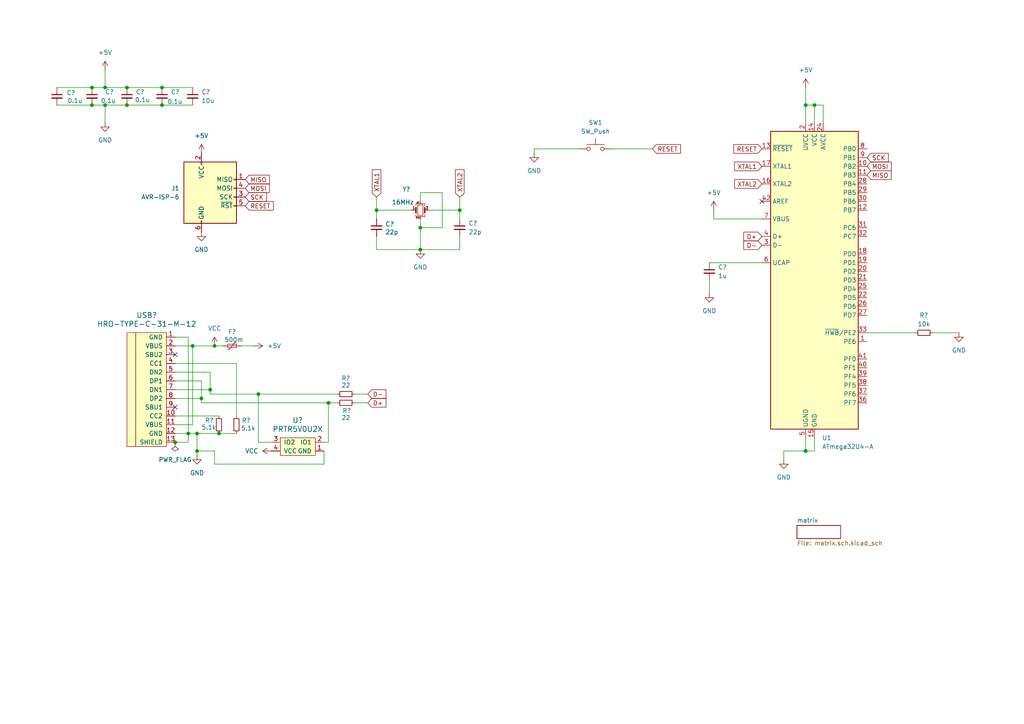
<source format=kicad_sch>
(kicad_sch (version 20231120) (generator "eeschema") (generator_version "8.0")
  (paper "A4")
  (lib_symbols
    (symbol "Connector:AVR-ISP-6" (pin_names (offset 1.016))
      (property "Reference" "J" (at -6.35 11.43 0))
      (property "Value" "AVR-ISP-6" (at 0 11.43 0))
      (symbol "AVR-ISP-6_0_1"
        (rectangle (start -2.667 -6.858) (end -2.413 -7.62))
        (rectangle (start -2.667 10.16) (end -2.413 9.398))
        (rectangle (start 7.62 -2.413) (end 6.858 -2.667))
        (rectangle (start 7.62 0.127) (end 6.858 -0.127))
        (rectangle (start 7.62 2.667) (end 6.858 2.413))
        (rectangle (start 7.62 5.207) (end 6.858 4.953))
        (rectangle (start 7.62 10.16) (end -7.62 -7.62) (stroke (width 0.254)) (fill (type background)))
      )
      (symbol "AVR-ISP-6_1_1"
        (pin passive line (at 10.16 5.08 180) (length 2.54) (name "MISO") (number "1"))
        (pin passive line (at -2.54 12.7 270) (length 2.54) (name "VCC") (number "2"))
        (pin passive line (at 10.16 0 180) (length 2.54) (name "SCK") (number "3"))
        (pin passive line (at 10.16 2.54 180) (length 2.54) (name "MOSI") (number "4"))
        (pin passive line (at 10.16 -2.54 180) (length 2.54) (name "~{RST}") (number "5"))
        (pin passive line (at -2.54 -10.16 90) (length 2.54) (name "GND") (number "6"))
      )
    )
    (symbol "Device:C_Small" (pin_numbers hide) (pin_names (offset 0.254) hide)
      (property "Reference" "C" (at 0.254 1.778 0))
      (property "Value" "C_Small" (at 0.254 -2.032 0))
      (symbol "C_Small_0_1"
        (polyline (pts (xy -1.524 -0.508) (xy 1.524 -0.508)) (stroke (width 0.3302)))
        (polyline (pts (xy -1.524 0.508) (xy 1.524 0.508)) (stroke (width 0.3048)))
      )
      (symbol "C_Small_1_1"
        (pin passive line (at 0 2.54 270) (length 2.032) (name "~") (number "1"))
        (pin passive line (at 0 -2.54 90) (length 2.032) (name "~") (number "2"))
      )
    )
    (symbol "Device:Crystal_GND24_Small" (pin_names (offset 1.016) hide)
      (property "Reference" "Y?" (at -4.064 5.334 0))
      (property "Value" "16MHz" (at -5.08 3.048 0))
      (symbol "Crystal_GND24_Small_0_1"
        (rectangle (start -0.762 -1.524) (end 0.762 1.524))
        (polyline (pts (xy -1.27 -0.762) (xy -1.27 0.762)) (stroke (width 0.381)))
        (polyline (pts (xy 1.27 -0.762) (xy 1.27 0.762)) (stroke (width 0.381)))
        (polyline (pts (xy -1.27 -1.27) (xy -1.27 -1.905) (xy 1.27 -1.905) (xy 1.27 -1.27)))
        (polyline (pts (xy -1.27 1.27) (xy -1.27 1.905) (xy 1.27 1.905) (xy 1.27 1.27)))
      )
      (symbol "Crystal_GND24_Small_1_1"
        (pin passive line (at -2.54 0 0) (length 1.27) (name "1") (number "1"))
        (pin passive line (at 0 -2.54 90) (length 0.635) (name "2") (number "2"))
        (pin passive line (at 2.54 0 180) (length 1.27) (name "3") (number "3"))
        (pin passive line (at 0 2.54 270) (length 0.635) (name "4") (number "4"))
      )
    )
    (symbol "Device:Polyfuse_Small" (pin_numbers hide) (pin_names (offset 0))
      (property "Reference" "F" (at -1.905 0 90))
      (property "Value" "Polyfuse_Small" (at 1.905 0 90))
      (symbol "Polyfuse_Small_0_1"
        (rectangle (start -0.508 1.27) (end 0.508 -1.27))
        (polyline (pts (xy 0 2.54) (xy 0 -2.54)))
        (polyline (pts (xy -1.016 1.27) (xy -1.016 0.762) (xy 1.016 -0.762) (xy 1.016 -1.27)))
      )
      (symbol "Polyfuse_Small_1_1"
        (pin passive line (at 0 2.54 270) (length 0.635) (name "~") (number "1"))
        (pin passive line (at 0 -2.54 90) (length 0.635) (name "~") (number "2"))
      )
    )
    (symbol "Device:R_Small" (pin_numbers hide) (pin_names (offset 0.254) hide)
      (property "Reference" "R" (at 0.762 0.508 0))
      (property "Value" "R_Small" (at 0.762 -1.016 0))
      (symbol "R_Small_0_1"
        (rectangle (start -0.762 1.778) (end 0.762 -1.778) (stroke (width 0.2032)))
      )
      (symbol "R_Small_1_1"
        (pin passive line (at 0 2.54 270) (length 0.762) (name "~") (number "1"))
        (pin passive line (at 0 -2.54 90) (length 0.762) (name "~") (number "2"))
      )
    )
    (symbol "MCU_Microchip_ATmega:ATmega32U4-A"
      (property "Reference" "U" (at -12.7 44.45 0))
      (property "Value" "ATmega32U4-A" (at 2.54 -44.45 0))
      (symbol "ATmega32U4-A_0_1"
        (rectangle (start -12.7 -43.18) (end 12.7 43.18) (stroke (width 0.254)) (fill (type background)))
      )
      (symbol "ATmega32U4-A_1_1"
        (pin bidirectional line (at 15.24 -17.78 180) (length 2.54) (name "PE6") (number "1"))
        (pin bidirectional line (at 15.24 33.02 180) (length 2.54) (name "PB2") (number "10"))
        (pin bidirectional line (at 15.24 30.48 180) (length 2.54) (name "PB3") (number "11"))
        (pin bidirectional line (at 15.24 20.32 180) (length 2.54) (name "PB7") (number "12"))
        (pin input line (at -15.24 38.1 0) (length 2.54) (name "~{RESET}") (number "13"))
        (pin power_in line (at 0 45.72 270) (length 2.54) (name "VCC") (number "14"))
        (pin power_in line (at 0 -45.72 90) (length 2.54) (name "GND") (number "15"))
        (pin output line (at -15.24 27.94 0) (length 2.54) (name "XTAL2") (number "16"))
        (pin input line (at -15.24 33.02 0) (length 2.54) (name "XTAL1") (number "17"))
        (pin bidirectional line (at 15.24 7.62 180) (length 2.54) (name "PD0") (number "18"))
        (pin bidirectional line (at 15.24 5.08 180) (length 2.54) (name "PD1") (number "19"))
        (pin power_in line (at -2.54 45.72 270) (length 2.54) (name "UVCC") (number "2"))
        (pin bidirectional line (at 15.24 2.54 180) (length 2.54) (name "PD2") (number "20"))
        (pin bidirectional line (at 15.24 0 180) (length 2.54) (name "PD3") (number "21"))
        (pin bidirectional line (at 15.24 -5.08 180) (length 2.54) (name "PD5") (number "22"))
        (pin passive line (at 0 -45.72 90) (length 2.54) hide (name "GND") (number "23"))
        (pin power_in line (at 2.54 45.72 270) (length 2.54) (name "AVCC") (number "24"))
        (pin bidirectional line (at 15.24 -2.54 180) (length 2.54) (name "PD4") (number "25"))
        (pin bidirectional line (at 15.24 -7.62 180) (length 2.54) (name "PD6") (number "26"))
        (pin bidirectional line (at 15.24 -10.16 180) (length 2.54) (name "PD7") (number "27"))
        (pin bidirectional line (at 15.24 27.94 180) (length 2.54) (name "PB4") (number "28"))
        (pin bidirectional line (at 15.24 25.4 180) (length 2.54) (name "PB5") (number "29"))
        (pin bidirectional line (at -15.24 10.16 0) (length 2.54) (name "D-") (number "3"))
        (pin bidirectional line (at 15.24 22.86 180) (length 2.54) (name "PB6") (number "30"))
        (pin bidirectional line (at 15.24 15.24 180) (length 2.54) (name "PC6") (number "31"))
        (pin bidirectional line (at 15.24 12.7 180) (length 2.54) (name "PC7") (number "32"))
        (pin bidirectional line (at 15.24 -15.24 180) (length 2.54) (name "~{HWB}/PE2") (number "33"))
        (pin passive line (at 0 45.72 270) (length 2.54) hide (name "VCC") (number "34"))
        (pin passive line (at 0 -45.72 90) (length 2.54) hide (name "GND") (number "35"))
        (pin bidirectional line (at 15.24 -35.56 180) (length 2.54) (name "PF7") (number "36"))
        (pin bidirectional line (at 15.24 -33.02 180) (length 2.54) (name "PF6") (number "37"))
        (pin bidirectional line (at 15.24 -30.48 180) (length 2.54) (name "PF5") (number "38"))
        (pin bidirectional line (at 15.24 -27.94 180) (length 2.54) (name "PF4") (number "39"))
        (pin bidirectional line (at -15.24 12.7 0) (length 2.54) (name "D+") (number "4"))
        (pin bidirectional line (at 15.24 -25.4 180) (length 2.54) (name "PF1") (number "40"))
        (pin bidirectional line (at 15.24 -22.86 180) (length 2.54) (name "PF0") (number "41"))
        (pin passive line (at -15.24 22.86 0) (length 2.54) (name "AREF") (number "42"))
        (pin passive line (at 0 -45.72 90) (length 2.54) hide (name "GND") (number "43"))
        (pin passive line (at 2.54 45.72 270) (length 2.54) hide (name "AVCC") (number "44"))
        (pin passive line (at -2.54 -45.72 90) (length 2.54) (name "UGND") (number "5"))
        (pin passive line (at -15.24 5.08 0) (length 2.54) (name "UCAP") (number "6"))
        (pin input line (at -15.24 17.78 0) (length 2.54) (name "VBUS") (number "7"))
        (pin bidirectional line (at 15.24 38.1 180) (length 2.54) (name "PB0") (number "8"))
        (pin bidirectional line (at 15.24 35.56 180) (length 2.54) (name "PB1") (number "9"))
      )
    )
    (symbol "Switch:SW_Push" (pin_numbers hide) (pin_names (offset 1.016) hide)
      (property "Reference" "SW" (at 1.27 2.54 0))
      (property "Value" "SW_Push" (at 0 -1.524 0))
      (symbol "SW_Push_0_1"
        (circle (center -2.032 0) (radius 0.508))
        (polyline (pts (xy 0 1.27) (xy 0 3.048)))
        (polyline (pts (xy 2.54 1.27) (xy -2.54 1.27)))
        (circle (center 2.032 0) (radius 0.508))
        (pin passive line (at -5.08 0 0) (length 2.54) (name "1") (number "1"))
        (pin passive line (at 5.08 0 180) (length 2.54) (name "2") (number "2"))
      )
    )
    (symbol "Type-C:HRO-TYPE-C-31-M-12" (pin_names (offset 1.016))
      (property "Reference" "USB" (at -5.08 16.51 0))
      (property "Value" "HRO-TYPE-C-31-M-12" (at -10.16 -1.27 90))
      (symbol "HRO-TYPE-C-31-M-12_0_1"
        (rectangle (start -11.43 15.24) (end -8.89 -17.78) (fill (type background)))
        (rectangle (start 0 -17.78) (end -8.89 15.24) (fill (type background)))
      )
      (symbol "HRO-TYPE-C-31-M-12_1_1"
        (pin input line (at 2.54 13.97 180) (length 2.54) (name "GND") (number "1"))
        (pin input line (at 2.54 -8.89 180) (length 2.54) (name "CC2") (number "10"))
        (pin input line (at 2.54 -11.43 180) (length 2.54) (name "VBUS") (number "11"))
        (pin input line (at 2.54 -13.97 180) (length 2.54) (name "GND") (number "12"))
        (pin input line (at 2.54 -16.51 180) (length 2.54) (name "SHIELD") (number "13"))
        (pin input line (at 2.54 11.43 180) (length 2.54) (name "VBUS") (number "2"))
        (pin input line (at 2.54 8.89 180) (length 2.54) (name "SBU2") (number "3"))
        (pin input line (at 2.54 6.35 180) (length 2.54) (name "CC1") (number "4"))
        (pin input line (at 2.54 3.81 180) (length 2.54) (name "DN2") (number "5"))
        (pin input line (at 2.54 1.27 180) (length 2.54) (name "DP1") (number "6"))
        (pin input line (at 2.54 -1.27 180) (length 2.54) (name "DN1") (number "7"))
        (pin input line (at 2.54 -3.81 180) (length 2.54) (name "DP2") (number "8"))
        (pin input line (at 2.54 -6.35 180) (length 2.54) (name "SBU1") (number "9"))
      )
    )
    (symbol "power:+5V" (power) (pin_numbers hide) (pin_names (offset 0) hide)
      (property "Value" "+5V" (at 0 3.556 0))
      (symbol "+5V_0_1"
        (polyline (pts (xy -0.762 1.27) (xy 0 2.54)))
        (polyline (pts (xy 0 0) (xy 0 2.54)))
        (polyline (pts (xy 0 2.54) (xy 0.762 1.27)))
      )
      (symbol "+5V_1_1"
        (pin power_in line (at 0 0 90) (length 0) (name "~") (number "1"))
      )
    )
    (symbol "power:GND" (power) (pin_numbers hide) (pin_names (offset 0) hide)
      (property "Value" "GND" (at 0 -3.81 0))
      (symbol "GND_0_1"
        (polyline (pts (xy 0 0) (xy 0 -1.27) (xy 1.27 -1.27) (xy 0 -2.54) (xy -1.27 -1.27) (xy 0 -1.27)))
      )
      (symbol "GND_1_1"
        (pin power_in line (at 0 0 270) (length 0) (name "~") (number "1"))
      )
    )
    (symbol "power:PWR_FLAG" (power) (pin_numbers hide) (pin_names (offset 0) hide)
      (property "Value" "PWR_FLAG" (at 0 3.81 0))
      (symbol "PWR_FLAG_0_0"
        (pin power_out line (at 0 0 90) (length 0) (name "~") (number "1"))
      )
      (symbol "PWR_FLAG_0_1"
        (polyline (pts (xy 0 0) (xy 0 1.27) (xy -1.016 1.905) (xy 0 2.54) (xy 1.016 1.905) (xy 0 1.27)))
      )
    )
    (symbol "power:VCC" (power) (pin_numbers hide) (pin_names (offset 0) hide)
      (property "Value" "VCC" (at 0 3.556 0))
      (symbol "VCC_0_1"
        (polyline (pts (xy -0.762 1.27) (xy 0 2.54)))
        (polyline (pts (xy 0 0) (xy 0 2.54)))
        (polyline (pts (xy 0 2.54) (xy 0.762 1.27)))
      )
      (symbol "VCC_1_1"
        (pin power_in line (at 0 0 90) (length 0) (name "~") (number "1"))
      )
    )
    (symbol "random-keyboard-parts:PRTR5V0U2X" (pin_names (offset 1.016))
      (property "Reference" "U" (at 0 3.81 0))
      (property "Value" "PRTR5V0U2X" (at 0 -3.81 0))
      (symbol "PRTR5V0U2X_0_1"
        (rectangle (start -5.08 2.54) (end 5.08 -2.54) (fill (type background)))
      )
      (symbol "PRTR5V0U2X_1_1"
        (pin input line (at -7.62 1.27 0) (length 2.54) (name "GND") (number "1"))
        (pin input line (at -7.62 -1.27 0) (length 2.54) (name "IO1") (number "2"))
        (pin input line (at 7.62 -1.27 180) (length 2.54) (name "IO2") (number "3"))
        (pin input line (at 7.62 1.27 180) (length 2.54) (name "VCC") (number "4"))
      )
    )
  )
  (junction (at 55.88 100.33))
  (junction (at 63.5 125.73))
  (junction (at 57.15 125.73))
  (junction (at 58.42 115.57))
  (junction (at 36.83 25.4))
  (junction (at 60.96 113.03))
  (junction (at 26.67 30.48))
  (junction (at 36.83 30.48))
  (junction (at 121.92 66.04))
  (junction (at 46.99 30.48))
  (junction (at 30.48 30.48))
  (junction (at 62.23 100.33))
  (junction (at 57.15 130.81))
  (junction (at 109.22 60.96))
  (junction (at 50.8 128.27))
  (junction (at 26.67 25.4))
  (junction (at 233.68 30.48))
  (junction (at 74.93 114.3))
  (junction (at 233.68 130.81))
  (junction (at 133.35 60.96))
  (junction (at 54.61 125.73))
  (junction (at 95.25 116.84))
  (junction (at 236.22 30.48))
  (junction (at 46.99 25.4))
  (junction (at 30.48 25.4))
  (junction (at 121.92 72.39))
  (no_connect (at 220.98 58.42))
  (no_connect (at 50.8 102.87))
  (no_connect (at 50.8 118.11))
  (wire (pts (xy 26.67 30.48) (xy 30.48 30.48)))
  (wire (pts (xy 58.42 116.84) (xy 95.25 116.84)))
  (wire (pts (xy 63.5 125.73) (xy 68.58 125.73)))
  (wire (pts (xy 74.93 128.27) (xy 74.93 114.3)))
  (wire (pts (xy 46.99 30.48) (xy 55.88 30.48)))
  (wire (pts (xy 121.92 63.5) (xy 121.92 66.04)))
  (wire (pts (xy 62.23 130.81) (xy 57.15 130.81)))
  (wire (pts (xy 177.8 43.18) (xy 189.23 43.18)))
  (wire (pts (xy 133.35 68.58) (xy 133.35 72.39)))
  (wire (pts (xy 60.96 107.95) (xy 60.96 113.03)))
  (wire (pts (xy 109.22 68.58) (xy 109.22 72.39)))
  (wire (pts (xy 16.51 25.4) (xy 26.67 25.4)))
  (wire (pts (xy 50.8 115.57) (xy 58.42 115.57)))
  (wire (pts (xy 102.87 116.84) (xy 106.68 116.84)))
  (wire (pts (xy 30.48 30.48) (xy 36.83 30.48)))
  (wire (pts (xy 54.61 125.73) (xy 54.61 128.27)))
  (wire (pts (xy 74.93 114.3) (xy 97.79 114.3)))
  (wire (pts (xy 69.85 100.33) (xy 73.66 100.33)))
  (wire (pts (xy 55.88 100.33) (xy 62.23 100.33)))
  (wire (pts (xy 60.96 114.3) (xy 74.93 114.3)))
  (wire (pts (xy 58.42 116.84) (xy 58.42 115.57)))
  (wire (pts (xy 58.42 110.49) (xy 58.42 115.57)))
  (wire (pts (xy 95.25 128.27) (xy 95.25 116.84)))
  (wire (pts (xy 57.15 125.73) (xy 63.5 125.73)))
  (wire (pts (xy 133.35 60.96) (xy 133.35 63.5)))
  (wire (pts (xy 54.61 128.27) (xy 50.8 128.27)))
  (wire (pts (xy 68.58 105.41) (xy 68.58 120.65)))
  (wire (pts (xy 50.8 110.49) (xy 58.42 110.49)))
  (wire (pts (xy 233.68 127) (xy 233.68 130.81)))
  (wire (pts (xy 128.27 55.88) (xy 121.92 55.88)))
  (wire (pts (xy 57.15 130.81) (xy 57.15 132.08)))
  (wire (pts (xy 93.98 128.27) (xy 95.25 128.27)))
  (wire (pts (xy 102.87 114.3) (xy 106.68 114.3)))
  (wire (pts (xy 109.22 60.96) (xy 109.22 63.5)))
  (wire (pts (xy 62.23 134.62) (xy 62.23 130.81)))
  (wire (pts (xy 207.01 60.96) (xy 207.01 63.5)))
  (wire (pts (xy 93.98 130.81) (xy 93.98 134.62)))
  (wire (pts (xy 54.61 125.73) (xy 50.8 125.73)))
  (wire (pts (xy 36.83 30.48) (xy 46.99 30.48)))
  (wire (pts (xy 55.88 100.33) (xy 55.88 123.19)))
  (wire (pts (xy 167.64 43.18) (xy 154.94 43.18)))
  (wire (pts (xy 121.92 66.04) (xy 128.27 66.04)))
  (wire (pts (xy 236.22 30.48) (xy 236.22 35.56)))
  (wire (pts (xy 30.48 25.4) (xy 36.83 25.4)))
  (wire (pts (xy 154.94 43.18) (xy 154.94 44.45)))
  (wire (pts (xy 62.23 100.33) (xy 64.77 100.33)))
  (wire (pts (xy 121.92 66.04) (xy 121.92 72.39)))
  (wire (pts (xy 50.8 120.65) (xy 63.5 120.65)))
  (wire (pts (xy 26.67 25.4) (xy 30.48 25.4)))
  (wire (pts (xy 233.68 130.81) (xy 227.33 130.81)))
  (wire (pts (xy 54.61 97.79) (xy 54.61 125.73)))
  (wire (pts (xy 78.74 128.27) (xy 74.93 128.27)))
  (wire (pts (xy 54.61 125.73) (xy 57.15 125.73)))
  (wire (pts (xy 57.15 125.73) (xy 57.15 130.81)))
  (wire (pts (xy 233.68 130.81) (xy 236.22 130.81)))
  (wire (pts (xy 93.98 134.62) (xy 62.23 134.62)))
  (wire (pts (xy 46.99 25.4) (xy 55.88 25.4)))
  (wire (pts (xy 124.46 60.96) (xy 133.35 60.96)))
  (wire (pts (xy 121.92 72.39) (xy 133.35 72.39)))
  (wire (pts (xy 95.25 116.84) (xy 97.79 116.84)))
  (wire (pts (xy 238.76 30.48) (xy 238.76 35.56)))
  (wire (pts (xy 50.8 123.19) (xy 55.88 123.19)))
  (wire (pts (xy 251.46 96.52) (xy 265.43 96.52)))
  (wire (pts (xy 30.48 20.32) (xy 30.48 25.4)))
  (wire (pts (xy 36.83 25.4) (xy 46.99 25.4)))
  (wire (pts (xy 50.8 100.33) (xy 55.88 100.33)))
  (wire (pts (xy 233.68 35.56) (xy 233.68 30.48)))
  (wire (pts (xy 109.22 60.96) (xy 119.38 60.96)))
  (wire (pts (xy 233.68 25.4) (xy 233.68 30.48)))
  (wire (pts (xy 50.8 97.79) (xy 54.61 97.79)))
  (wire (pts (xy 30.48 30.48) (xy 30.48 35.56)))
  (wire (pts (xy 50.8 107.95) (xy 60.96 107.95)))
  (wire (pts (xy 233.68 30.48) (xy 236.22 30.48)))
  (wire (pts (xy 50.8 113.03) (xy 60.96 113.03)))
  (wire (pts (xy 16.51 30.48) (xy 26.67 30.48)))
  (wire (pts (xy 236.22 30.48) (xy 238.76 30.48)))
  (wire (pts (xy 227.33 130.81) (xy 227.33 133.35)))
  (wire (pts (xy 205.74 76.2) (xy 220.98 76.2)))
  (wire (pts (xy 205.74 81.28) (xy 205.74 85.09)))
  (wire (pts (xy 270.51 96.52) (xy 278.13 96.52)))
  (wire (pts (xy 236.22 127) (xy 236.22 130.81)))
  (wire (pts (xy 60.96 114.3) (xy 60.96 113.03)))
  (wire (pts (xy 207.01 63.5) (xy 220.98 63.5)))
  (wire (pts (xy 109.22 57.15) (xy 109.22 60.96)))
  (wire (pts (xy 133.35 57.15) (xy 133.35 60.96)))
  (wire (pts (xy 109.22 72.39) (xy 121.92 72.39)))
  (wire (pts (xy 50.8 105.41) (xy 68.58 105.41)))
  (wire (pts (xy 121.92 55.88) (xy 121.92 58.42)))
  (wire (pts (xy 128.27 66.04) (xy 128.27 55.88)))
  (global_label "D-" (shape input) (at 106.68 114.3 0) (property "Intersheetrefs" "${INTERSHEET_REFS}" (effects (hide yes))))
  (global_label "XTAL2" (shape input) (at 133.35 57.15 90) (property "Intersheetrefs" "${INTERSHEET_REFS}" (effects (hide yes))))
  (global_label "XTAL1" (shape input) (at 109.22 57.15 90) (property "Intersheetrefs" "${INTERSHEET_REFS}" (effects (hide yes))))
  (global_label "D+" (shape input) (at 106.68 116.84 0) (property "Intersheetrefs" "${INTERSHEET_REFS}" (effects (hide yes))))
  (global_label "XTAL2" (shape input) (at 220.98 53.34 180) (property "Intersheetrefs" "${INTERSHEET_REFS}" (effects (hide yes))))
  (global_label "MISO" (shape input) (at 71.12 52.07 0) (property "Intersheetrefs" "${INTERSHEET_REFS}" (effects (hide yes))))
  (global_label "RESET" (shape input) (at 220.98 43.18 180) (property "Intersheetrefs" "${INTERSHEET_REFS}" (effects (hide yes))))
  (global_label "RESET" (shape input) (at 71.12 59.69 0) (property "Intersheetrefs" "${INTERSHEET_REFS}" (effects (hide yes))))
  (global_label "D+" (shape input) (at 220.98 68.58 180) (property "Intersheetrefs" "${INTERSHEET_REFS}" (effects (hide yes))))
  (global_label "RESET" (shape input) (at 189.23 43.18 0) (property "Intersheetrefs" "${INTERSHEET_REFS}" (effects (hide yes))))
  (global_label "MISO" (shape input) (at 251.46 50.8 0) (property "Intersheetrefs" "${INTERSHEET_REFS}" (effects (hide yes))))
  (global_label "MOSI" (shape input) (at 251.46 48.26 0) (property "Intersheetrefs" "${INTERSHEET_REFS}" (effects (hide yes))))
  (global_label "D-" (shape input) (at 220.98 71.12 180) (property "Intersheetrefs" "${INTERSHEET_REFS}" (effects (hide yes))))
  (global_label "XTAL1" (shape input) (at 220.98 48.26 180) (property "Intersheetrefs" "${INTERSHEET_REFS}" (effects (hide yes))))
  (global_label "SCK" (shape input) (at 71.12 57.15 0) (property "Intersheetrefs" "${INTERSHEET_REFS}" (effects (hide yes))))
  (global_label "MOSI" (shape input) (at 71.12 54.61 0) (property "Intersheetrefs" "${INTERSHEET_REFS}" (effects (hide yes))))
  (global_label "SCK" (shape input) (at 251.46 45.72 0) (property "Intersheetrefs" "${INTERSHEET_REFS}" (effects (hide yes))))
  (symbol (lib_id "Device:R_Small") (at 100.33 116.84 90) (unit 1)
    (property "Reference" "R?" (at 100.584 119.126 90))
    (property "Value" "22" (at 100.33 121.158 90))
    (property "Description" "Resistor, small symbol" (effects (hide yes)))
  )
  (symbol (lib_id "power:GND") (at 57.15 132.08 0) (unit 1)
    (property "Reference" "#PWR013" (effects (hide yes)))
    (property "Value" "GND" (at 57.15 137.16 0))
    (property "Description" "Power symbol creates a global label with name \"GND\" , ground" (effects (hide yes)))
  )
  (symbol (lib_id "Device:Polyfuse_Small") (at 67.31 100.33 90) (unit 1)
    (property "Reference" "F?" (at 67.31 96.266 90))
    (property "Value" "500m" (at 67.818 98.552 90))
    (property "Description" "Resettable fuse, polymeric positive temperature coefficient, small symbol" (effects (hide yes)))
  )
  (symbol (lib_id "power:+5V") (at 233.68 25.4 0) (unit 1)
    (property "Reference" "#PWR01" (effects (hide yes)))
    (property "Value" "+5V" (at 233.68 20.32 0))
    (property "Description" "Power symbol creates a global label with name \"+5V\"" (effects (hide yes)))
  )
  (symbol (lib_id "power:GND") (at 121.92 72.39 0) (unit 1)
    (property "Reference" "#PWR05" (effects (hide yes)))
    (property "Value" "GND" (at 121.92 77.47 0))
    (property "Description" "Power symbol creates a global label with name \"GND\" , ground" (effects (hide yes)))
  )
  (symbol (lib_id "power:+5V") (at 73.66 100.33 270) (unit 1)
    (property "Reference" "#PWR012" (effects (hide yes)))
    (property "Value" "+5V" (at 77.47 100.3299 90) (effects (justify left)))
    (property "Description" "Power symbol creates a global label with name \"+5V\"" (effects (hide yes)))
  )
  (symbol (lib_id "Device:R_Small") (at 100.33 114.3 90) (unit 1)
    (property "Reference" "R?" (at 100.33 109.728 90))
    (property "Value" "22" (at 100.33 111.76 90))
    (property "Description" "Resistor, small symbol" (effects (hide yes)))
  )
  (symbol (lib_id "power:GND") (at 30.48 35.56 0) (unit 1)
    (property "Reference" "#PWR07" (effects (hide yes)))
    (property "Value" "GND" (at 30.48 40.64 0))
    (property "Description" "Power symbol creates a global label with name \"GND\" , ground" (effects (hide yes)))
  )
  (symbol (lib_id "power:VCC") (at 78.74 130.81 90) (unit 1)
    (property "Reference" "#PWR014" (effects (hide yes)))
    (property "Value" "VCC" (at 74.93 130.8099 90) (effects (justify left)))
    (property "Description" "Power symbol creates a global label with name \"VCC\"" (effects (hide yes)))
  )
  (symbol (lib_id "power:VCC") (at 62.23 100.33 0) (unit 1)
    (property "Reference" "#PWR011" (effects (hide yes)))
    (property "Value" "VCC" (at 62.23 95.25 0))
    (property "Description" "Power symbol creates a global label with name \"VCC\"" (effects (hide yes)))
  )
  (symbol (lib_id "random-keyboard-parts:PRTR5V0U2X") (at 86.36 129.54 180) (unit 1)
    (property "Reference" "U?" (at 86.36 121.92 0) (effects (font (size 1.524 1.524))))
    (property "Value" "PRTR5V0U2X" (at 86.36 124.46 0) (effects (font (size 1.524 1.524))))
  )
  (symbol (lib_id "power:GND") (at 58.42 67.31 0) (unit 1)
    (property "Reference" "#PWR010" (effects (hide yes)))
    (property "Value" "GND" (at 58.42 72.39 0))
    (property "Description" "Power symbol creates a global label with name \"GND\" , ground" (effects (hide yes)))
  )
  (symbol (lib_id "power:+5V") (at 30.48 20.32 0) (unit 1)
    (property "Reference" "#PWR06" (effects (hide yes)))
    (property "Value" "+5V" (at 30.48 15.24 0))
    (property "Description" "Power symbol creates a global label with name \"+5V\"" (effects (hide yes)))
  )
  (symbol (lib_id "Device:C_Small") (at 16.51 27.94 0) (unit 1)
    (property "Reference" "C?" (at 19.304 26.924 0) (effects (justify left)))
    (property "Value" "0.1u" (at 19.558 29.21 0) (effects (justify left)))
    (property "Description" "Unpolarized capacitor, small symbol" (effects (hide yes)))
  )
  (symbol (lib_id "Switch:SW_Push") (at 172.72 43.18 0) (unit 1)
    (property "Reference" "SW1" (at 172.72 35.56 0))
    (property "Value" "SW_Push" (at 172.72 38.1 0))
    (property "Description" "Push button switch, generic, two pins" (effects (hide yes)))
  )
  (symbol (lib_id "Device:C_Small") (at 26.67 27.94 0) (unit 1)
    (property "Reference" "C?" (at 30.48 26.6762 0) (effects (justify left)))
    (property "Value" "0.1u" (at 29.21 29.21 0) (effects (justify left)))
    (property "Description" "Unpolarized capacitor, small symbol" (effects (hide yes)))
  )
  (symbol (lib_id "Device:R_Small") (at 63.5 123.19 0) (unit 1)
    (property "Reference" "R?" (at 59.436 121.92 0) (effects (justify left)))
    (property "Value" "5.1k" (at 58.42 123.952 0) (effects (justify left)))
    (property "Description" "Resistor, small symbol" (effects (hide yes)))
  )
  (symbol (lib_id "power:GND") (at 227.33 133.35 0) (unit 1)
    (property "Reference" "#PWR02" (effects (hide yes)))
    (property "Value" "GND" (at 227.33 138.43 0))
    (property "Description" "Power symbol creates a global label with name \"GND\" , ground" (effects (hide yes)))
  )
  (symbol (lib_id "Device:R_Small") (at 68.58 123.19 0) (unit 1)
    (property "Reference" "R?" (at 70.104 121.92 0) (effects (justify left)))
    (property "Value" "5.1k" (at 69.85 124.206 0) (effects (justify left)))
    (property "Description" "Resistor, small symbol" (effects (hide yes)))
  )
  (symbol (lib_id "Device:C_Small") (at 205.74 78.74 0) (unit 1)
    (property "Reference" "C?" (at 208.28 77.4762 0) (effects (justify left)))
    (property "Value" "1u" (at 208.28 80.0162 0) (effects (justify left)))
    (property "Description" "Unpolarized capacitor, small symbol" (effects (hide yes)))
  )
  (symbol (lib_id "power:PWR_FLAG") (at 50.8 128.27 180) (unit 1)
    (property "Reference" "#FLG01" (effects (hide yes)))
    (property "Value" "PWR_FLAG" (at 50.8 133.35 0))
    (property "Description" "Special symbol for telling ERC where power comes from" (effects (hide yes)))
  )
  (symbol (lib_id "Device:C_Small") (at 36.83 27.94 0) (unit 1)
    (property "Reference" "C?" (at 39.37 26.6762 0) (effects (justify left)))
    (property "Value" "0.1u" (at 39.116 28.956 0) (effects (justify left)))
    (property "Description" "Unpolarized capacitor, small symbol" (effects (hide yes)))
  )
  (symbol (lib_id "Device:C_Small") (at 133.35 66.04 0) (unit 1)
    (property "Reference" "C?" (at 135.89 64.7762 0) (effects (justify left)))
    (property "Value" "22p" (at 135.89 67.3162 0) (effects (justify left)))
    (property "Description" "Unpolarized capacitor, small symbol" (effects (hide yes)))
  )
  (symbol (lib_id "power:GND") (at 278.13 96.52 0) (unit 1)
    (property "Reference" "#PWR03" (effects (hide yes)))
    (property "Value" "GND" (at 278.13 101.6 0))
    (property "Description" "Power symbol creates a global label with name \"GND\" , ground" (effects (hide yes)))
  )
  (symbol (lib_id "Type-C:HRO-TYPE-C-31-M-12") (at 48.26 111.76 0) (unit 1)
    (property "Reference" "USB?" (at 42.545 91.44 0) (effects (font (size 1.524 1.524))))
    (property "Value" "HRO-TYPE-C-31-M-12" (at 42.545 93.98 0) (effects (font (size 1.524 1.524))))
  )
  (symbol (lib_id "Device:C_Small") (at 55.88 27.94 0) (unit 1)
    (property "Reference" "C?" (at 58.42 26.6762 0) (effects (justify left)))
    (property "Value" "10u" (at 58.42 29.2162 0) (effects (justify left)))
    (property "Description" "Unpolarized capacitor, small symbol" (effects (hide yes)))
  )
  (symbol (lib_id "Device:C_Small") (at 46.99 27.94 0) (unit 1)
    (property "Reference" "C?" (at 49.53 26.6762 0) (effects (justify left)))
    (property "Value" "0.1u" (at 48.514 29.464 0) (effects (justify left)))
    (property "Description" "Unpolarized capacitor, small symbol" (effects (hide yes)))
  )
  (symbol (lib_id "Connector:AVR-ISP-6") (at 60.96 57.15 0) (unit 1)
    (property "Reference" "J1" (at 52.07 54.6099 0) (effects (justify right)))
    (property "Value" "AVR-ISP-6" (at 52.07 57.1499 0) (effects (justify right)))
    (property "Description" "Atmel 6-pin ISP connector" (effects (hide yes)))
  )
  (symbol (lib_id "power:GND") (at 205.74 85.09 0) (unit 1)
    (property "Reference" "#PWR04" (effects (hide yes)))
    (property "Value" "GND" (at 205.74 90.17 0))
    (property "Description" "Power symbol creates a global label with name \"GND\" , ground" (effects (hide yes)))
  )
  (symbol (lib_id "Device:Crystal_GND24_Small") (at 121.92 60.96 0) (unit 1)
    (property "Reference" "Y?" (at 117.856 55.626 0) (effects (justify bottom)))
    (property "Value" "16MHz" (at 116.84 57.912 0) (effects (justify top)))
    (property "Description" "Four pin crystal, GND on pins 2 and 4, small symbol" (effects (hide yes)))
  )
  (symbol (lib_id "power:GND") (at 154.94 44.45 0) (unit 1)
    (property "Reference" "#PWR015" (effects (hide yes)))
    (property "Value" "GND" (at 154.94 49.53 0))
    (property "Description" "Power symbol creates a global label with name \"GND\" , ground" (effects (hide yes)))
  )
  (symbol (lib_id "MCU_Microchip_ATmega:ATmega32U4-A") (at 236.22 81.28 0) (unit 1)
    (property "Reference" "U1" (at 238.4141 127 0) (effects (justify left)))
    (property "Value" "ATmega32U4-A" (at 238.4141 129.54 0) (effects (justify left)))
    (property "Footprint" "Package_QFP:TQFP-44_10x10mm_P0.8mm" (effects (hide yes)))
    (property "Datasheet" "http://ww1.microchip.com/downloads/en/DeviceDoc/Atmel-7766-8-bit-AVR-ATmega16U4-32U4_Datasheet.pdf" (effects (hide yes)))
    (property "Description" "16MHz, 32kB Flash, 2.5kB SRAM, 1kB EEPROM, USB 2.0, TQFP-44" (effects (hide yes)))
  )
  (symbol (lib_id "power:+5V") (at 207.01 60.96 0) (unit 1)
    (property "Reference" "#PWR08" (effects (hide yes)))
    (property "Value" "+5V" (at 207.01 55.88 0))
    (property "Description" "Power symbol creates a global label with name \"+5V\"" (effects (hide yes)))
  )
  (symbol (lib_id "Device:C_Small") (at 109.22 66.04 0) (unit 1)
    (property "Reference" "C?" (at 111.76 65.024 0) (effects (justify left)))
    (property "Value" "22p" (at 111.76 67.3162 0) (effects (justify left)))
    (property "Description" "Unpolarized capacitor, small symbol" (effects (hide yes)))
  )
  (symbol (lib_id "Device:R_Small") (at 267.97 96.52 90) (unit 1)
    (property "Reference" "R?" (at 267.97 91.44 90))
    (property "Value" "10k" (at 267.97 93.98 90))
    (property "Description" "Resistor, small symbol" (effects (hide yes)))
  )
  (symbol (lib_id "power:+5V") (at 58.42 44.45 0) (unit 1)
    (property "Reference" "#PWR09" (effects (hide yes)))
    (property "Value" "+5V" (at 58.42 39.37 0))
    (property "Description" "Power symbol creates a global label with name \"+5V\"" (effects (hide yes)))
  )
  (sheet (at 231.14 152.4) (size 12.7 3.81) (stroke (width 0.1524))
    (property "Sheetname" "matrix" (at 231.14 151.6884 0) (effects (justify left bottom)))
    (property "Sheetfile" "matrix.sch.kicad_sch" (at 231.14 156.7946 0) (effects (justify left top)))
  )
)
</source>
